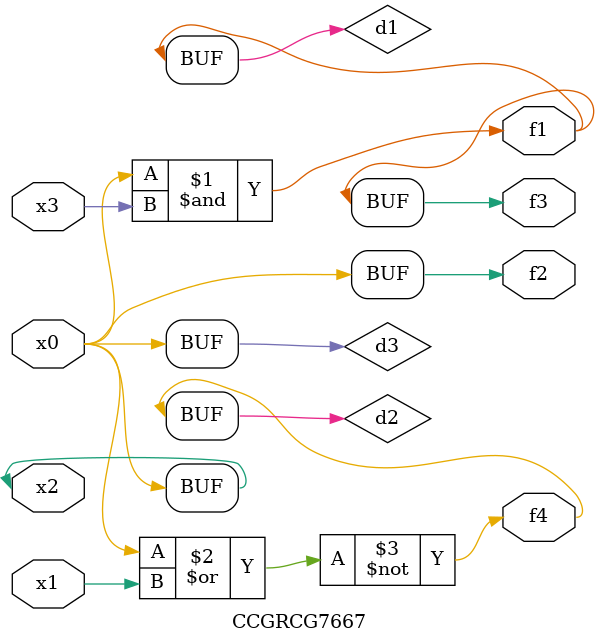
<source format=v>
module CCGRCG7667(
	input x0, x1, x2, x3,
	output f1, f2, f3, f4
);

	wire d1, d2, d3;

	and (d1, x2, x3);
	nor (d2, x0, x1);
	buf (d3, x0, x2);
	assign f1 = d1;
	assign f2 = d3;
	assign f3 = d1;
	assign f4 = d2;
endmodule

</source>
